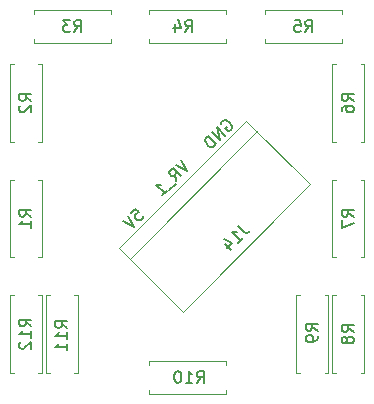
<source format=gbr>
%TF.GenerationSoftware,KiCad,Pcbnew,7.0.6*%
%TF.CreationDate,2023-09-19T12:43:23+08:00*%
%TF.ProjectId,Control Panel Selector Switch Board,436f6e74-726f-46c2-9050-616e656c2053,rev?*%
%TF.SameCoordinates,Original*%
%TF.FileFunction,Legend,Bot*%
%TF.FilePolarity,Positive*%
%FSLAX46Y46*%
G04 Gerber Fmt 4.6, Leading zero omitted, Abs format (unit mm)*
G04 Created by KiCad (PCBNEW 7.0.6) date 2023-09-19 12:43:23*
%MOMM*%
%LPD*%
G01*
G04 APERTURE LIST*
%ADD10C,0.150000*%
%ADD11C,0.120000*%
G04 APERTURE END LIST*
D10*
X2365717Y-607965D02*
X2837122Y-1550774D01*
X2837122Y-1550774D02*
X1894313Y-1079369D01*
X1961656Y-2426239D02*
X1860641Y-1853819D01*
X2365717Y-2022178D02*
X1658610Y-1315071D01*
X1658610Y-1315071D02*
X1389236Y-1584445D01*
X1389236Y-1584445D02*
X1355565Y-1685461D01*
X1355565Y-1685461D02*
X1355565Y-1752804D01*
X1355565Y-1752804D02*
X1389236Y-1853819D01*
X1389236Y-1853819D02*
X1490252Y-1954835D01*
X1490252Y-1954835D02*
X1591267Y-1988506D01*
X1591267Y-1988506D02*
X1658610Y-1988506D01*
X1658610Y-1988506D02*
X1759626Y-1954835D01*
X1759626Y-1954835D02*
X2029000Y-1685461D01*
X1894313Y-2628270D02*
X1355565Y-3167018D01*
X749473Y-3638422D02*
X1153534Y-3234361D01*
X951503Y-3436392D02*
X244397Y-2729285D01*
X244397Y-2729285D02*
X412755Y-2762957D01*
X412755Y-2762957D02*
X547442Y-2762957D01*
X547442Y-2762957D02*
X648458Y-2729285D01*
X5737984Y2442958D02*
X5771656Y2543973D01*
X5771656Y2543973D02*
X5872671Y2644989D01*
X5872671Y2644989D02*
X6007358Y2712332D01*
X6007358Y2712332D02*
X6142046Y2712332D01*
X6142046Y2712332D02*
X6243061Y2678660D01*
X6243061Y2678660D02*
X6411420Y2577645D01*
X6411420Y2577645D02*
X6512435Y2476630D01*
X6512435Y2476630D02*
X6613450Y2308271D01*
X6613450Y2308271D02*
X6647122Y2207256D01*
X6647122Y2207256D02*
X6647122Y2072569D01*
X6647122Y2072569D02*
X6579778Y1937882D01*
X6579778Y1937882D02*
X6512435Y1870538D01*
X6512435Y1870538D02*
X6377748Y1803195D01*
X6377748Y1803195D02*
X6310404Y1803195D01*
X6310404Y1803195D02*
X6074702Y2038897D01*
X6074702Y2038897D02*
X6209389Y2173584D01*
X6074702Y1432806D02*
X5367595Y2139912D01*
X5367595Y2139912D02*
X5670641Y1028745D01*
X5670641Y1028745D02*
X4963534Y1735851D01*
X5333924Y692027D02*
X4626817Y1399134D01*
X4626817Y1399134D02*
X4458458Y1230775D01*
X4458458Y1230775D02*
X4391114Y1096088D01*
X4391114Y1096088D02*
X4391114Y961401D01*
X4391114Y961401D02*
X4424786Y860386D01*
X4424786Y860386D02*
X4525801Y692027D01*
X4525801Y692027D02*
X4626817Y591012D01*
X4626817Y591012D02*
X4795175Y489997D01*
X4795175Y489997D02*
X4896191Y456325D01*
X4896191Y456325D02*
X5030878Y456325D01*
X5030878Y456325D02*
X5165565Y523668D01*
X5165565Y523668D02*
X5333924Y692027D01*
X-1882015Y-5109697D02*
X-1545297Y-4772980D01*
X-1545297Y-4772980D02*
X-1174908Y-5076026D01*
X-1174908Y-5076026D02*
X-1242251Y-5076026D01*
X-1242251Y-5076026D02*
X-1343266Y-5109697D01*
X-1343266Y-5109697D02*
X-1511625Y-5278056D01*
X-1511625Y-5278056D02*
X-1545297Y-5379071D01*
X-1545297Y-5379071D02*
X-1545297Y-5446415D01*
X-1545297Y-5446415D02*
X-1511625Y-5547430D01*
X-1511625Y-5547430D02*
X-1343266Y-5715789D01*
X-1343266Y-5715789D02*
X-1242251Y-5749461D01*
X-1242251Y-5749461D02*
X-1174908Y-5749461D01*
X-1174908Y-5749461D02*
X-1073892Y-5715789D01*
X-1073892Y-5715789D02*
X-905534Y-5547430D01*
X-905534Y-5547430D02*
X-871862Y-5446415D01*
X-871862Y-5446415D02*
X-871862Y-5379071D01*
X-2117717Y-5345400D02*
X-1646312Y-6288209D01*
X-1646312Y-6288209D02*
X-2589121Y-5816804D01*
X16964819Y4357666D02*
X16488628Y4690999D01*
X16964819Y4929094D02*
X15964819Y4929094D01*
X15964819Y4929094D02*
X15964819Y4548142D01*
X15964819Y4548142D02*
X16012438Y4452904D01*
X16012438Y4452904D02*
X16060057Y4405285D01*
X16060057Y4405285D02*
X16155295Y4357666D01*
X16155295Y4357666D02*
X16298152Y4357666D01*
X16298152Y4357666D02*
X16393390Y4405285D01*
X16393390Y4405285D02*
X16441009Y4452904D01*
X16441009Y4452904D02*
X16488628Y4548142D01*
X16488628Y4548142D02*
X16488628Y4929094D01*
X15964819Y3500523D02*
X15964819Y3690999D01*
X15964819Y3690999D02*
X16012438Y3786237D01*
X16012438Y3786237D02*
X16060057Y3833856D01*
X16060057Y3833856D02*
X16202914Y3929094D01*
X16202914Y3929094D02*
X16393390Y3976713D01*
X16393390Y3976713D02*
X16774342Y3976713D01*
X16774342Y3976713D02*
X16869580Y3929094D01*
X16869580Y3929094D02*
X16917200Y3881475D01*
X16917200Y3881475D02*
X16964819Y3786237D01*
X16964819Y3786237D02*
X16964819Y3595761D01*
X16964819Y3595761D02*
X16917200Y3500523D01*
X16917200Y3500523D02*
X16869580Y3452904D01*
X16869580Y3452904D02*
X16774342Y3405285D01*
X16774342Y3405285D02*
X16536247Y3405285D01*
X16536247Y3405285D02*
X16441009Y3452904D01*
X16441009Y3452904D02*
X16393390Y3500523D01*
X16393390Y3500523D02*
X16345771Y3595761D01*
X16345771Y3595761D02*
X16345771Y3786237D01*
X16345771Y3786237D02*
X16393390Y3881475D01*
X16393390Y3881475D02*
X16441009Y3929094D01*
X16441009Y3929094D02*
X16536247Y3976713D01*
X-10340180Y-5421333D02*
X-10816371Y-5088000D01*
X-10340180Y-4849905D02*
X-11340180Y-4849905D01*
X-11340180Y-4849905D02*
X-11340180Y-5230857D01*
X-11340180Y-5230857D02*
X-11292561Y-5326095D01*
X-11292561Y-5326095D02*
X-11244942Y-5373714D01*
X-11244942Y-5373714D02*
X-11149704Y-5421333D01*
X-11149704Y-5421333D02*
X-11006847Y-5421333D01*
X-11006847Y-5421333D02*
X-10911609Y-5373714D01*
X-10911609Y-5373714D02*
X-10863990Y-5326095D01*
X-10863990Y-5326095D02*
X-10816371Y-5230857D01*
X-10816371Y-5230857D02*
X-10816371Y-4849905D01*
X-10340180Y-6373714D02*
X-10340180Y-5802286D01*
X-10340180Y-6088000D02*
X-11340180Y-6088000D01*
X-11340180Y-6088000D02*
X-11197323Y-5992762D01*
X-11197323Y-5992762D02*
X-11102085Y-5897524D01*
X-11102085Y-5897524D02*
X-11054466Y-5802286D01*
X7177205Y-6235310D02*
X7682281Y-6740386D01*
X7682281Y-6740386D02*
X7816968Y-6807730D01*
X7816968Y-6807730D02*
X7951655Y-6807730D01*
X7951655Y-6807730D02*
X8086342Y-6740386D01*
X8086342Y-6740386D02*
X8153686Y-6673043D01*
X7177205Y-7649524D02*
X7581266Y-7245463D01*
X7379235Y-7447493D02*
X6672128Y-6740386D01*
X6672128Y-6740386D02*
X6840487Y-6774058D01*
X6840487Y-6774058D02*
X6975174Y-6774058D01*
X6975174Y-6774058D02*
X7076189Y-6740386D01*
X6099709Y-7784211D02*
X6571113Y-8255615D01*
X5998693Y-7346478D02*
X6672128Y-7683195D01*
X6672128Y-7683195D02*
X6234396Y-8120928D01*
X12866666Y10213180D02*
X13199999Y10689371D01*
X13438094Y10213180D02*
X13438094Y11213180D01*
X13438094Y11213180D02*
X13057142Y11213180D01*
X13057142Y11213180D02*
X12961904Y11165561D01*
X12961904Y11165561D02*
X12914285Y11117942D01*
X12914285Y11117942D02*
X12866666Y11022704D01*
X12866666Y11022704D02*
X12866666Y10879847D01*
X12866666Y10879847D02*
X12914285Y10784609D01*
X12914285Y10784609D02*
X12961904Y10736990D01*
X12961904Y10736990D02*
X13057142Y10689371D01*
X13057142Y10689371D02*
X13438094Y10689371D01*
X11961904Y11213180D02*
X12438094Y11213180D01*
X12438094Y11213180D02*
X12485713Y10736990D01*
X12485713Y10736990D02*
X12438094Y10784609D01*
X12438094Y10784609D02*
X12342856Y10832228D01*
X12342856Y10832228D02*
X12104761Y10832228D01*
X12104761Y10832228D02*
X12009523Y10784609D01*
X12009523Y10784609D02*
X11961904Y10736990D01*
X11961904Y10736990D02*
X11914285Y10641752D01*
X11914285Y10641752D02*
X11914285Y10403657D01*
X11914285Y10403657D02*
X11961904Y10308419D01*
X11961904Y10308419D02*
X12009523Y10260800D01*
X12009523Y10260800D02*
X12104761Y10213180D01*
X12104761Y10213180D02*
X12342856Y10213180D01*
X12342856Y10213180D02*
X12438094Y10260800D01*
X12438094Y10260800D02*
X12485713Y10308419D01*
X-10340180Y4357666D02*
X-10816371Y4690999D01*
X-10340180Y4929094D02*
X-11340180Y4929094D01*
X-11340180Y4929094D02*
X-11340180Y4548142D01*
X-11340180Y4548142D02*
X-11292561Y4452904D01*
X-11292561Y4452904D02*
X-11244942Y4405285D01*
X-11244942Y4405285D02*
X-11149704Y4357666D01*
X-11149704Y4357666D02*
X-11006847Y4357666D01*
X-11006847Y4357666D02*
X-10911609Y4405285D01*
X-10911609Y4405285D02*
X-10863990Y4452904D01*
X-10863990Y4452904D02*
X-10816371Y4548142D01*
X-10816371Y4548142D02*
X-10816371Y4929094D01*
X-11244942Y3976713D02*
X-11292561Y3929094D01*
X-11292561Y3929094D02*
X-11340180Y3833856D01*
X-11340180Y3833856D02*
X-11340180Y3595761D01*
X-11340180Y3595761D02*
X-11292561Y3500523D01*
X-11292561Y3500523D02*
X-11244942Y3452904D01*
X-11244942Y3452904D02*
X-11149704Y3405285D01*
X-11149704Y3405285D02*
X-11054466Y3405285D01*
X-11054466Y3405285D02*
X-10911609Y3452904D01*
X-10911609Y3452904D02*
X-10340180Y4024332D01*
X-10340180Y4024332D02*
X-10340180Y3405285D01*
X16964819Y-15200333D02*
X16488628Y-14867000D01*
X16964819Y-14628905D02*
X15964819Y-14628905D01*
X15964819Y-14628905D02*
X15964819Y-15009857D01*
X15964819Y-15009857D02*
X16012438Y-15105095D01*
X16012438Y-15105095D02*
X16060057Y-15152714D01*
X16060057Y-15152714D02*
X16155295Y-15200333D01*
X16155295Y-15200333D02*
X16298152Y-15200333D01*
X16298152Y-15200333D02*
X16393390Y-15152714D01*
X16393390Y-15152714D02*
X16441009Y-15105095D01*
X16441009Y-15105095D02*
X16488628Y-15009857D01*
X16488628Y-15009857D02*
X16488628Y-14628905D01*
X16393390Y-15771762D02*
X16345771Y-15676524D01*
X16345771Y-15676524D02*
X16298152Y-15628905D01*
X16298152Y-15628905D02*
X16202914Y-15581286D01*
X16202914Y-15581286D02*
X16155295Y-15581286D01*
X16155295Y-15581286D02*
X16060057Y-15628905D01*
X16060057Y-15628905D02*
X16012438Y-15676524D01*
X16012438Y-15676524D02*
X15964819Y-15771762D01*
X15964819Y-15771762D02*
X15964819Y-15962238D01*
X15964819Y-15962238D02*
X16012438Y-16057476D01*
X16012438Y-16057476D02*
X16060057Y-16105095D01*
X16060057Y-16105095D02*
X16155295Y-16152714D01*
X16155295Y-16152714D02*
X16202914Y-16152714D01*
X16202914Y-16152714D02*
X16298152Y-16105095D01*
X16298152Y-16105095D02*
X16345771Y-16057476D01*
X16345771Y-16057476D02*
X16393390Y-15962238D01*
X16393390Y-15962238D02*
X16393390Y-15771762D01*
X16393390Y-15771762D02*
X16441009Y-15676524D01*
X16441009Y-15676524D02*
X16488628Y-15628905D01*
X16488628Y-15628905D02*
X16583866Y-15581286D01*
X16583866Y-15581286D02*
X16774342Y-15581286D01*
X16774342Y-15581286D02*
X16869580Y-15628905D01*
X16869580Y-15628905D02*
X16917200Y-15676524D01*
X16917200Y-15676524D02*
X16964819Y-15771762D01*
X16964819Y-15771762D02*
X16964819Y-15962238D01*
X16964819Y-15962238D02*
X16917200Y-16057476D01*
X16917200Y-16057476D02*
X16869580Y-16105095D01*
X16869580Y-16105095D02*
X16774342Y-16152714D01*
X16774342Y-16152714D02*
X16583866Y-16152714D01*
X16583866Y-16152714D02*
X16488628Y-16105095D01*
X16488628Y-16105095D02*
X16441009Y-16057476D01*
X16441009Y-16057476D02*
X16393390Y-15962238D01*
X16964819Y-5421333D02*
X16488628Y-5088000D01*
X16964819Y-4849905D02*
X15964819Y-4849905D01*
X15964819Y-4849905D02*
X15964819Y-5230857D01*
X15964819Y-5230857D02*
X16012438Y-5326095D01*
X16012438Y-5326095D02*
X16060057Y-5373714D01*
X16060057Y-5373714D02*
X16155295Y-5421333D01*
X16155295Y-5421333D02*
X16298152Y-5421333D01*
X16298152Y-5421333D02*
X16393390Y-5373714D01*
X16393390Y-5373714D02*
X16441009Y-5326095D01*
X16441009Y-5326095D02*
X16488628Y-5230857D01*
X16488628Y-5230857D02*
X16488628Y-4849905D01*
X15964819Y-5754667D02*
X15964819Y-6421333D01*
X15964819Y-6421333D02*
X16964819Y-5992762D01*
X2706666Y10213180D02*
X3039999Y10689371D01*
X3278094Y10213180D02*
X3278094Y11213180D01*
X3278094Y11213180D02*
X2897142Y11213180D01*
X2897142Y11213180D02*
X2801904Y11165561D01*
X2801904Y11165561D02*
X2754285Y11117942D01*
X2754285Y11117942D02*
X2706666Y11022704D01*
X2706666Y11022704D02*
X2706666Y10879847D01*
X2706666Y10879847D02*
X2754285Y10784609D01*
X2754285Y10784609D02*
X2801904Y10736990D01*
X2801904Y10736990D02*
X2897142Y10689371D01*
X2897142Y10689371D02*
X3278094Y10689371D01*
X1849523Y10879847D02*
X1849523Y10213180D01*
X2087618Y11260800D02*
X2325713Y10546514D01*
X2325713Y10546514D02*
X1706666Y10546514D01*
X-7292180Y-14851142D02*
X-7768371Y-14517809D01*
X-7292180Y-14279714D02*
X-8292180Y-14279714D01*
X-8292180Y-14279714D02*
X-8292180Y-14660666D01*
X-8292180Y-14660666D02*
X-8244561Y-14755904D01*
X-8244561Y-14755904D02*
X-8196942Y-14803523D01*
X-8196942Y-14803523D02*
X-8101704Y-14851142D01*
X-8101704Y-14851142D02*
X-7958847Y-14851142D01*
X-7958847Y-14851142D02*
X-7863609Y-14803523D01*
X-7863609Y-14803523D02*
X-7815990Y-14755904D01*
X-7815990Y-14755904D02*
X-7768371Y-14660666D01*
X-7768371Y-14660666D02*
X-7768371Y-14279714D01*
X-7292180Y-15803523D02*
X-7292180Y-15232095D01*
X-7292180Y-15517809D02*
X-8292180Y-15517809D01*
X-8292180Y-15517809D02*
X-8149323Y-15422571D01*
X-8149323Y-15422571D02*
X-8054085Y-15327333D01*
X-8054085Y-15327333D02*
X-8006466Y-15232095D01*
X-7292180Y-16755904D02*
X-7292180Y-16184476D01*
X-7292180Y-16470190D02*
X-8292180Y-16470190D01*
X-8292180Y-16470190D02*
X-8149323Y-16374952D01*
X-8149323Y-16374952D02*
X-8054085Y-16279714D01*
X-8054085Y-16279714D02*
X-8006466Y-16184476D01*
X13916819Y-15073333D02*
X13440628Y-14740000D01*
X13916819Y-14501905D02*
X12916819Y-14501905D01*
X12916819Y-14501905D02*
X12916819Y-14882857D01*
X12916819Y-14882857D02*
X12964438Y-14978095D01*
X12964438Y-14978095D02*
X13012057Y-15025714D01*
X13012057Y-15025714D02*
X13107295Y-15073333D01*
X13107295Y-15073333D02*
X13250152Y-15073333D01*
X13250152Y-15073333D02*
X13345390Y-15025714D01*
X13345390Y-15025714D02*
X13393009Y-14978095D01*
X13393009Y-14978095D02*
X13440628Y-14882857D01*
X13440628Y-14882857D02*
X13440628Y-14501905D01*
X13916819Y-15549524D02*
X13916819Y-15740000D01*
X13916819Y-15740000D02*
X13869200Y-15835238D01*
X13869200Y-15835238D02*
X13821580Y-15882857D01*
X13821580Y-15882857D02*
X13678723Y-15978095D01*
X13678723Y-15978095D02*
X13488247Y-16025714D01*
X13488247Y-16025714D02*
X13107295Y-16025714D01*
X13107295Y-16025714D02*
X13012057Y-15978095D01*
X13012057Y-15978095D02*
X12964438Y-15930476D01*
X12964438Y-15930476D02*
X12916819Y-15835238D01*
X12916819Y-15835238D02*
X12916819Y-15644762D01*
X12916819Y-15644762D02*
X12964438Y-15549524D01*
X12964438Y-15549524D02*
X13012057Y-15501905D01*
X13012057Y-15501905D02*
X13107295Y-15454286D01*
X13107295Y-15454286D02*
X13345390Y-15454286D01*
X13345390Y-15454286D02*
X13440628Y-15501905D01*
X13440628Y-15501905D02*
X13488247Y-15549524D01*
X13488247Y-15549524D02*
X13535866Y-15644762D01*
X13535866Y-15644762D02*
X13535866Y-15835238D01*
X13535866Y-15835238D02*
X13488247Y-15930476D01*
X13488247Y-15930476D02*
X13440628Y-15978095D01*
X13440628Y-15978095D02*
X13345390Y-16025714D01*
X3690857Y-19504819D02*
X4024190Y-19028628D01*
X4262285Y-19504819D02*
X4262285Y-18504819D01*
X4262285Y-18504819D02*
X3881333Y-18504819D01*
X3881333Y-18504819D02*
X3786095Y-18552438D01*
X3786095Y-18552438D02*
X3738476Y-18600057D01*
X3738476Y-18600057D02*
X3690857Y-18695295D01*
X3690857Y-18695295D02*
X3690857Y-18838152D01*
X3690857Y-18838152D02*
X3738476Y-18933390D01*
X3738476Y-18933390D02*
X3786095Y-18981009D01*
X3786095Y-18981009D02*
X3881333Y-19028628D01*
X3881333Y-19028628D02*
X4262285Y-19028628D01*
X2738476Y-19504819D02*
X3309904Y-19504819D01*
X3024190Y-19504819D02*
X3024190Y-18504819D01*
X3024190Y-18504819D02*
X3119428Y-18647676D01*
X3119428Y-18647676D02*
X3214666Y-18742914D01*
X3214666Y-18742914D02*
X3309904Y-18790533D01*
X2119428Y-18504819D02*
X2024190Y-18504819D01*
X2024190Y-18504819D02*
X1928952Y-18552438D01*
X1928952Y-18552438D02*
X1881333Y-18600057D01*
X1881333Y-18600057D02*
X1833714Y-18695295D01*
X1833714Y-18695295D02*
X1786095Y-18885771D01*
X1786095Y-18885771D02*
X1786095Y-19123866D01*
X1786095Y-19123866D02*
X1833714Y-19314342D01*
X1833714Y-19314342D02*
X1881333Y-19409580D01*
X1881333Y-19409580D02*
X1928952Y-19457200D01*
X1928952Y-19457200D02*
X2024190Y-19504819D01*
X2024190Y-19504819D02*
X2119428Y-19504819D01*
X2119428Y-19504819D02*
X2214666Y-19457200D01*
X2214666Y-19457200D02*
X2262285Y-19409580D01*
X2262285Y-19409580D02*
X2309904Y-19314342D01*
X2309904Y-19314342D02*
X2357523Y-19123866D01*
X2357523Y-19123866D02*
X2357523Y-18885771D01*
X2357523Y-18885771D02*
X2309904Y-18695295D01*
X2309904Y-18695295D02*
X2262285Y-18600057D01*
X2262285Y-18600057D02*
X2214666Y-18552438D01*
X2214666Y-18552438D02*
X2119428Y-18504819D01*
X-6691333Y10213180D02*
X-6358000Y10689371D01*
X-6119905Y10213180D02*
X-6119905Y11213180D01*
X-6119905Y11213180D02*
X-6500857Y11213180D01*
X-6500857Y11213180D02*
X-6596095Y11165561D01*
X-6596095Y11165561D02*
X-6643714Y11117942D01*
X-6643714Y11117942D02*
X-6691333Y11022704D01*
X-6691333Y11022704D02*
X-6691333Y10879847D01*
X-6691333Y10879847D02*
X-6643714Y10784609D01*
X-6643714Y10784609D02*
X-6596095Y10736990D01*
X-6596095Y10736990D02*
X-6500857Y10689371D01*
X-6500857Y10689371D02*
X-6119905Y10689371D01*
X-7024667Y11213180D02*
X-7643714Y11213180D01*
X-7643714Y11213180D02*
X-7310381Y10832228D01*
X-7310381Y10832228D02*
X-7453238Y10832228D01*
X-7453238Y10832228D02*
X-7548476Y10784609D01*
X-7548476Y10784609D02*
X-7596095Y10736990D01*
X-7596095Y10736990D02*
X-7643714Y10641752D01*
X-7643714Y10641752D02*
X-7643714Y10403657D01*
X-7643714Y10403657D02*
X-7596095Y10308419D01*
X-7596095Y10308419D02*
X-7548476Y10260800D01*
X-7548476Y10260800D02*
X-7453238Y10213180D01*
X-7453238Y10213180D02*
X-7167524Y10213180D01*
X-7167524Y10213180D02*
X-7072286Y10260800D01*
X-7072286Y10260800D02*
X-7024667Y10308419D01*
X-10340180Y-14724142D02*
X-10816371Y-14390809D01*
X-10340180Y-14152714D02*
X-11340180Y-14152714D01*
X-11340180Y-14152714D02*
X-11340180Y-14533666D01*
X-11340180Y-14533666D02*
X-11292561Y-14628904D01*
X-11292561Y-14628904D02*
X-11244942Y-14676523D01*
X-11244942Y-14676523D02*
X-11149704Y-14724142D01*
X-11149704Y-14724142D02*
X-11006847Y-14724142D01*
X-11006847Y-14724142D02*
X-10911609Y-14676523D01*
X-10911609Y-14676523D02*
X-10863990Y-14628904D01*
X-10863990Y-14628904D02*
X-10816371Y-14533666D01*
X-10816371Y-14533666D02*
X-10816371Y-14152714D01*
X-10340180Y-15676523D02*
X-10340180Y-15105095D01*
X-10340180Y-15390809D02*
X-11340180Y-15390809D01*
X-11340180Y-15390809D02*
X-11197323Y-15295571D01*
X-11197323Y-15295571D02*
X-11102085Y-15200333D01*
X-11102085Y-15200333D02*
X-11054466Y-15105095D01*
X-11244942Y-16057476D02*
X-11292561Y-16105095D01*
X-11292561Y-16105095D02*
X-11340180Y-16200333D01*
X-11340180Y-16200333D02*
X-11340180Y-16438428D01*
X-11340180Y-16438428D02*
X-11292561Y-16533666D01*
X-11292561Y-16533666D02*
X-11244942Y-16581285D01*
X-11244942Y-16581285D02*
X-11149704Y-16628904D01*
X-11149704Y-16628904D02*
X-11054466Y-16628904D01*
X-11054466Y-16628904D02*
X-10911609Y-16581285D01*
X-10911609Y-16581285D02*
X-10340180Y-16009857D01*
X-10340180Y-16009857D02*
X-10340180Y-16628904D01*
D11*
%TO.C,R6*%
X17880000Y7461000D02*
X17880000Y921000D01*
X17550000Y7461000D02*
X17880000Y7461000D01*
X15470000Y7461000D02*
X15140000Y7461000D01*
X15140000Y7461000D02*
X15140000Y921000D01*
X17880000Y921000D02*
X17550000Y921000D01*
X15140000Y921000D02*
X15470000Y921000D01*
%TO.C,R1*%
X-12165000Y-8858000D02*
X-12165000Y-2318000D01*
X-11835000Y-8858000D02*
X-12165000Y-8858000D01*
X-9755000Y-8858000D02*
X-9425000Y-8858000D01*
X-9425000Y-8858000D02*
X-9425000Y-2318000D01*
X-12165000Y-2318000D02*
X-11835000Y-2318000D01*
X-9425000Y-2318000D02*
X-9755000Y-2318000D01*
%TO.C,J14*%
X-2887995Y-8091256D02*
X2500159Y-13479410D01*
X-2887995Y-8091256D02*
X7888312Y2685051D01*
X-1989969Y-8989282D02*
X8786338Y1787025D01*
X2500159Y-13479410D02*
X13276466Y-2703103D01*
X7888312Y2685051D02*
X13276466Y-2703103D01*
%TO.C,R5*%
X9430000Y12038000D02*
X15970000Y12038000D01*
X9430000Y11708000D02*
X9430000Y12038000D01*
X9430000Y9628000D02*
X9430000Y9298000D01*
X9430000Y9298000D02*
X15970000Y9298000D01*
X15970000Y12038000D02*
X15970000Y11708000D01*
X15970000Y9298000D02*
X15970000Y9628000D01*
%TO.C,R2*%
X-12165000Y921000D02*
X-12165000Y7461000D01*
X-11835000Y921000D02*
X-12165000Y921000D01*
X-9755000Y921000D02*
X-9425000Y921000D01*
X-9425000Y921000D02*
X-9425000Y7461000D01*
X-12165000Y7461000D02*
X-11835000Y7461000D01*
X-9425000Y7461000D02*
X-9755000Y7461000D01*
%TO.C,R8*%
X17880000Y-12097000D02*
X17880000Y-18637000D01*
X17550000Y-12097000D02*
X17880000Y-12097000D01*
X15470000Y-12097000D02*
X15140000Y-12097000D01*
X15140000Y-12097000D02*
X15140000Y-18637000D01*
X17880000Y-18637000D02*
X17550000Y-18637000D01*
X15140000Y-18637000D02*
X15470000Y-18637000D01*
%TO.C,R7*%
X17880000Y-2318000D02*
X17880000Y-8858000D01*
X17550000Y-2318000D02*
X17880000Y-2318000D01*
X15470000Y-2318000D02*
X15140000Y-2318000D01*
X15140000Y-2318000D02*
X15140000Y-8858000D01*
X17880000Y-8858000D02*
X17550000Y-8858000D01*
X15140000Y-8858000D02*
X15470000Y-8858000D01*
%TO.C,R4*%
X-349000Y12038000D02*
X6191000Y12038000D01*
X-349000Y11708000D02*
X-349000Y12038000D01*
X-349000Y9628000D02*
X-349000Y9298000D01*
X-349000Y9298000D02*
X6191000Y9298000D01*
X6191000Y12038000D02*
X6191000Y11708000D01*
X6191000Y9298000D02*
X6191000Y9628000D01*
%TO.C,R11*%
X-9117000Y-18637000D02*
X-9117000Y-12097000D01*
X-8787000Y-18637000D02*
X-9117000Y-18637000D01*
X-6707000Y-18637000D02*
X-6377000Y-18637000D01*
X-6377000Y-18637000D02*
X-6377000Y-12097000D01*
X-9117000Y-12097000D02*
X-8787000Y-12097000D01*
X-6377000Y-12097000D02*
X-6707000Y-12097000D01*
%TO.C,R9*%
X14832000Y-12097000D02*
X14832000Y-18637000D01*
X14502000Y-12097000D02*
X14832000Y-12097000D01*
X12422000Y-12097000D02*
X12092000Y-12097000D01*
X12092000Y-12097000D02*
X12092000Y-18637000D01*
X14832000Y-18637000D02*
X14502000Y-18637000D01*
X12092000Y-18637000D02*
X12422000Y-18637000D01*
%TO.C,R10*%
X6191000Y-20420000D02*
X-349000Y-20420000D01*
X6191000Y-20090000D02*
X6191000Y-20420000D01*
X6191000Y-18010000D02*
X6191000Y-17680000D01*
X6191000Y-17680000D02*
X-349000Y-17680000D01*
X-349000Y-20420000D02*
X-349000Y-20090000D01*
X-349000Y-17680000D02*
X-349000Y-18010000D01*
%TO.C,R3*%
X-10128000Y12038000D02*
X-3588000Y12038000D01*
X-10128000Y11708000D02*
X-10128000Y12038000D01*
X-10128000Y9628000D02*
X-10128000Y9298000D01*
X-10128000Y9298000D02*
X-3588000Y9298000D01*
X-3588000Y12038000D02*
X-3588000Y11708000D01*
X-3588000Y9298000D02*
X-3588000Y9628000D01*
%TO.C,R12*%
X-12165000Y-18637000D02*
X-12165000Y-12097000D01*
X-11835000Y-18637000D02*
X-12165000Y-18637000D01*
X-9755000Y-18637000D02*
X-9425000Y-18637000D01*
X-9425000Y-18637000D02*
X-9425000Y-12097000D01*
X-12165000Y-12097000D02*
X-11835000Y-12097000D01*
X-9425000Y-12097000D02*
X-9755000Y-12097000D01*
%TD*%
M02*

</source>
